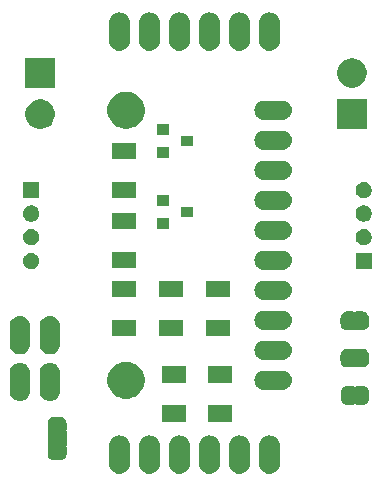
<source format=gbr>
G04 #@! TF.GenerationSoftware,KiCad,Pcbnew,(5.1.5-0-10_14)*
G04 #@! TF.CreationDate,2020-07-06T13:04:49+02:00*
G04 #@! TF.ProjectId,smartcitizen-adc-4-ch,736d6172-7463-4697-9469-7a656e2d6164,rev?*
G04 #@! TF.SameCoordinates,Original*
G04 #@! TF.FileFunction,Soldermask,Top*
G04 #@! TF.FilePolarity,Negative*
%FSLAX46Y46*%
G04 Gerber Fmt 4.6, Leading zero omitted, Abs format (unit mm)*
G04 Created by KiCad (PCBNEW (5.1.5-0-10_14)) date 2020-07-06 13:04:49*
%MOMM*%
%LPD*%
G04 APERTURE LIST*
%ADD10C,0.100000*%
G04 APERTURE END LIST*
D10*
G36*
X149826094Y-108724496D02*
G01*
X149946526Y-108761029D01*
X149988887Y-108773879D01*
X150138907Y-108854066D01*
X150138910Y-108854068D01*
X150138911Y-108854069D01*
X150270412Y-108961988D01*
X150378331Y-109093488D01*
X150378333Y-109093492D01*
X150378334Y-109093493D01*
X150458521Y-109243513D01*
X150458522Y-109243516D01*
X150507904Y-109406305D01*
X150520400Y-109533180D01*
X150520400Y-111142020D01*
X150507904Y-111268895D01*
X150458522Y-111431684D01*
X150458521Y-111431687D01*
X150378334Y-111581707D01*
X150378331Y-111581712D01*
X150270412Y-111713212D01*
X150138912Y-111821131D01*
X150138908Y-111821133D01*
X150138907Y-111821134D01*
X149988887Y-111901321D01*
X149988884Y-111901322D01*
X149826095Y-111950704D01*
X149656800Y-111967378D01*
X149487506Y-111950704D01*
X149324717Y-111901322D01*
X149324714Y-111901321D01*
X149174694Y-111821134D01*
X149174693Y-111821133D01*
X149174689Y-111821131D01*
X149043189Y-111713212D01*
X148935270Y-111581712D01*
X148935267Y-111581707D01*
X148855080Y-111431687D01*
X148855079Y-111431684D01*
X148805697Y-111268895D01*
X148793201Y-111142020D01*
X148793200Y-109533181D01*
X148805696Y-109406306D01*
X148855078Y-109243517D01*
X148855079Y-109243513D01*
X148935266Y-109093493D01*
X148935270Y-109093488D01*
X149043188Y-108961988D01*
X149174688Y-108854069D01*
X149174692Y-108854067D01*
X149174693Y-108854066D01*
X149324713Y-108773879D01*
X149324716Y-108773878D01*
X149487505Y-108724496D01*
X149656800Y-108707822D01*
X149826094Y-108724496D01*
G37*
G36*
X152366094Y-108724496D02*
G01*
X152486526Y-108761029D01*
X152528887Y-108773879D01*
X152678907Y-108854066D01*
X152678910Y-108854068D01*
X152678911Y-108854069D01*
X152810412Y-108961988D01*
X152918331Y-109093488D01*
X152918333Y-109093492D01*
X152918334Y-109093493D01*
X152998521Y-109243513D01*
X152998522Y-109243516D01*
X153047904Y-109406305D01*
X153060400Y-109533180D01*
X153060400Y-111142020D01*
X153047904Y-111268895D01*
X152998522Y-111431684D01*
X152998521Y-111431687D01*
X152918334Y-111581707D01*
X152918331Y-111581712D01*
X152810412Y-111713212D01*
X152678912Y-111821131D01*
X152678908Y-111821133D01*
X152678907Y-111821134D01*
X152528887Y-111901321D01*
X152528884Y-111901322D01*
X152366095Y-111950704D01*
X152196800Y-111967378D01*
X152027506Y-111950704D01*
X151864717Y-111901322D01*
X151864714Y-111901321D01*
X151714694Y-111821134D01*
X151714693Y-111821133D01*
X151714689Y-111821131D01*
X151583189Y-111713212D01*
X151475270Y-111581712D01*
X151475267Y-111581707D01*
X151395080Y-111431687D01*
X151395079Y-111431684D01*
X151345697Y-111268895D01*
X151333201Y-111142020D01*
X151333200Y-109533181D01*
X151345696Y-109406306D01*
X151395078Y-109243517D01*
X151395079Y-109243513D01*
X151475266Y-109093493D01*
X151475270Y-109093488D01*
X151583188Y-108961988D01*
X151714688Y-108854069D01*
X151714692Y-108854067D01*
X151714693Y-108854066D01*
X151864713Y-108773879D01*
X151864716Y-108773878D01*
X152027505Y-108724496D01*
X152196800Y-108707822D01*
X152366094Y-108724496D01*
G37*
G36*
X154906094Y-108724496D02*
G01*
X155026526Y-108761029D01*
X155068887Y-108773879D01*
X155218907Y-108854066D01*
X155218910Y-108854068D01*
X155218911Y-108854069D01*
X155350412Y-108961988D01*
X155458331Y-109093488D01*
X155458333Y-109093492D01*
X155458334Y-109093493D01*
X155538521Y-109243513D01*
X155538522Y-109243516D01*
X155587904Y-109406305D01*
X155600400Y-109533180D01*
X155600400Y-111142020D01*
X155587904Y-111268895D01*
X155538522Y-111431684D01*
X155538521Y-111431687D01*
X155458334Y-111581707D01*
X155458331Y-111581712D01*
X155350412Y-111713212D01*
X155218912Y-111821131D01*
X155218908Y-111821133D01*
X155218907Y-111821134D01*
X155068887Y-111901321D01*
X155068884Y-111901322D01*
X154906095Y-111950704D01*
X154736800Y-111967378D01*
X154567506Y-111950704D01*
X154404717Y-111901322D01*
X154404714Y-111901321D01*
X154254694Y-111821134D01*
X154254693Y-111821133D01*
X154254689Y-111821131D01*
X154123189Y-111713212D01*
X154015270Y-111581712D01*
X154015267Y-111581707D01*
X153935080Y-111431687D01*
X153935079Y-111431684D01*
X153885697Y-111268895D01*
X153873201Y-111142020D01*
X153873200Y-109533181D01*
X153885696Y-109406306D01*
X153935078Y-109243517D01*
X153935079Y-109243513D01*
X154015266Y-109093493D01*
X154015270Y-109093488D01*
X154123188Y-108961988D01*
X154254688Y-108854069D01*
X154254692Y-108854067D01*
X154254693Y-108854066D01*
X154404713Y-108773879D01*
X154404716Y-108773878D01*
X154567505Y-108724496D01*
X154736800Y-108707822D01*
X154906094Y-108724496D01*
G37*
G36*
X157446094Y-108724496D02*
G01*
X157566526Y-108761029D01*
X157608887Y-108773879D01*
X157758907Y-108854066D01*
X157758910Y-108854068D01*
X157758911Y-108854069D01*
X157890412Y-108961988D01*
X157998331Y-109093488D01*
X157998333Y-109093492D01*
X157998334Y-109093493D01*
X158078521Y-109243513D01*
X158078522Y-109243516D01*
X158127904Y-109406305D01*
X158140400Y-109533180D01*
X158140400Y-111142020D01*
X158127904Y-111268895D01*
X158078522Y-111431684D01*
X158078521Y-111431687D01*
X157998334Y-111581707D01*
X157998331Y-111581712D01*
X157890412Y-111713212D01*
X157758912Y-111821131D01*
X157758908Y-111821133D01*
X157758907Y-111821134D01*
X157608887Y-111901321D01*
X157608884Y-111901322D01*
X157446095Y-111950704D01*
X157276800Y-111967378D01*
X157107506Y-111950704D01*
X156944717Y-111901322D01*
X156944714Y-111901321D01*
X156794694Y-111821134D01*
X156794693Y-111821133D01*
X156794689Y-111821131D01*
X156663189Y-111713212D01*
X156555270Y-111581712D01*
X156555267Y-111581707D01*
X156475080Y-111431687D01*
X156475079Y-111431684D01*
X156425697Y-111268895D01*
X156413201Y-111142020D01*
X156413200Y-109533181D01*
X156425696Y-109406306D01*
X156475078Y-109243517D01*
X156475079Y-109243513D01*
X156555266Y-109093493D01*
X156555270Y-109093488D01*
X156663188Y-108961988D01*
X156794688Y-108854069D01*
X156794692Y-108854067D01*
X156794693Y-108854066D01*
X156944713Y-108773879D01*
X156944716Y-108773878D01*
X157107505Y-108724496D01*
X157276800Y-108707822D01*
X157446094Y-108724496D01*
G37*
G36*
X159986094Y-108724496D02*
G01*
X160106526Y-108761029D01*
X160148887Y-108773879D01*
X160298907Y-108854066D01*
X160298910Y-108854068D01*
X160298911Y-108854069D01*
X160430412Y-108961988D01*
X160538331Y-109093488D01*
X160538333Y-109093492D01*
X160538334Y-109093493D01*
X160618521Y-109243513D01*
X160618522Y-109243516D01*
X160667904Y-109406305D01*
X160680400Y-109533180D01*
X160680400Y-111142020D01*
X160667904Y-111268895D01*
X160618522Y-111431684D01*
X160618521Y-111431687D01*
X160538334Y-111581707D01*
X160538331Y-111581712D01*
X160430412Y-111713212D01*
X160298912Y-111821131D01*
X160298908Y-111821133D01*
X160298907Y-111821134D01*
X160148887Y-111901321D01*
X160148884Y-111901322D01*
X159986095Y-111950704D01*
X159816800Y-111967378D01*
X159647506Y-111950704D01*
X159484717Y-111901322D01*
X159484714Y-111901321D01*
X159334694Y-111821134D01*
X159334693Y-111821133D01*
X159334689Y-111821131D01*
X159203189Y-111713212D01*
X159095270Y-111581712D01*
X159095267Y-111581707D01*
X159015080Y-111431687D01*
X159015079Y-111431684D01*
X158965697Y-111268895D01*
X158953201Y-111142020D01*
X158953200Y-109533181D01*
X158965696Y-109406306D01*
X159015078Y-109243517D01*
X159015079Y-109243513D01*
X159095266Y-109093493D01*
X159095270Y-109093488D01*
X159203188Y-108961988D01*
X159334688Y-108854069D01*
X159334692Y-108854067D01*
X159334693Y-108854066D01*
X159484713Y-108773879D01*
X159484716Y-108773878D01*
X159647505Y-108724496D01*
X159816800Y-108707822D01*
X159986094Y-108724496D01*
G37*
G36*
X162526094Y-108724496D02*
G01*
X162646526Y-108761029D01*
X162688887Y-108773879D01*
X162838907Y-108854066D01*
X162838910Y-108854068D01*
X162838911Y-108854069D01*
X162970412Y-108961988D01*
X163078331Y-109093488D01*
X163078333Y-109093492D01*
X163078334Y-109093493D01*
X163158521Y-109243513D01*
X163158522Y-109243516D01*
X163207904Y-109406305D01*
X163220400Y-109533180D01*
X163220400Y-111142020D01*
X163207904Y-111268895D01*
X163158522Y-111431684D01*
X163158521Y-111431687D01*
X163078334Y-111581707D01*
X163078331Y-111581712D01*
X162970412Y-111713212D01*
X162838912Y-111821131D01*
X162838908Y-111821133D01*
X162838907Y-111821134D01*
X162688887Y-111901321D01*
X162688884Y-111901322D01*
X162526095Y-111950704D01*
X162356800Y-111967378D01*
X162187506Y-111950704D01*
X162024717Y-111901322D01*
X162024714Y-111901321D01*
X161874694Y-111821134D01*
X161874693Y-111821133D01*
X161874689Y-111821131D01*
X161743189Y-111713212D01*
X161635270Y-111581712D01*
X161635267Y-111581707D01*
X161555080Y-111431687D01*
X161555079Y-111431684D01*
X161505697Y-111268895D01*
X161493201Y-111142020D01*
X161493200Y-109533181D01*
X161505696Y-109406306D01*
X161555078Y-109243517D01*
X161555079Y-109243513D01*
X161635266Y-109093493D01*
X161635270Y-109093488D01*
X161743188Y-108961988D01*
X161874688Y-108854069D01*
X161874692Y-108854067D01*
X161874693Y-108854066D01*
X162024713Y-108773879D01*
X162024716Y-108773878D01*
X162187505Y-108724496D01*
X162356800Y-108707822D01*
X162526094Y-108724496D01*
G37*
G36*
X144635799Y-107115954D02*
G01*
X144648050Y-107116556D01*
X144666469Y-107116556D01*
X144688749Y-107118750D01*
X144772833Y-107135476D01*
X144794260Y-107141976D01*
X144873458Y-107174780D01*
X144878903Y-107177691D01*
X144878909Y-107177693D01*
X144887769Y-107182429D01*
X144887773Y-107182432D01*
X144893214Y-107185340D01*
X144964499Y-107232971D01*
X144981804Y-107247172D01*
X145042428Y-107307796D01*
X145056629Y-107325101D01*
X145104260Y-107396386D01*
X145107168Y-107401827D01*
X145107171Y-107401831D01*
X145111907Y-107410691D01*
X145111909Y-107410697D01*
X145114820Y-107416142D01*
X145147624Y-107495340D01*
X145154124Y-107516767D01*
X145170850Y-107600851D01*
X145173044Y-107623131D01*
X145173044Y-107641550D01*
X145173646Y-107653801D01*
X145175452Y-107672139D01*
X145175452Y-108209860D01*
X145173863Y-108225999D01*
X145169455Y-108240528D01*
X145163994Y-108253711D01*
X145159212Y-108277745D01*
X145159211Y-108302249D01*
X145163991Y-108326282D01*
X145173368Y-108348921D01*
X145174600Y-108350765D01*
X145174600Y-109582050D01*
X145168125Y-109594164D01*
X145161012Y-109617613D01*
X145158610Y-109641999D01*
X145161012Y-109666385D01*
X145168125Y-109689834D01*
X145170448Y-109694746D01*
X145173863Y-109706001D01*
X145175452Y-109722140D01*
X145175452Y-110259862D01*
X145173646Y-110278199D01*
X145173044Y-110290450D01*
X145173044Y-110308869D01*
X145170850Y-110331149D01*
X145154124Y-110415233D01*
X145147624Y-110436660D01*
X145114820Y-110515858D01*
X145111909Y-110521303D01*
X145111907Y-110521309D01*
X145107171Y-110530169D01*
X145107168Y-110530173D01*
X145104260Y-110535614D01*
X145056629Y-110606899D01*
X145042428Y-110624204D01*
X144981804Y-110684828D01*
X144964499Y-110699029D01*
X144893214Y-110746660D01*
X144887773Y-110749568D01*
X144887769Y-110749571D01*
X144878909Y-110754307D01*
X144878903Y-110754309D01*
X144873458Y-110757220D01*
X144794260Y-110790024D01*
X144772833Y-110796524D01*
X144688749Y-110813250D01*
X144666469Y-110815444D01*
X144648050Y-110815444D01*
X144635799Y-110816046D01*
X144617462Y-110817852D01*
X144129738Y-110817852D01*
X144111401Y-110816046D01*
X144099150Y-110815444D01*
X144080731Y-110815444D01*
X144058451Y-110813250D01*
X143974367Y-110796524D01*
X143952940Y-110790024D01*
X143873742Y-110757220D01*
X143868297Y-110754309D01*
X143868291Y-110754307D01*
X143859431Y-110749571D01*
X143859427Y-110749568D01*
X143853986Y-110746660D01*
X143782701Y-110699029D01*
X143765396Y-110684828D01*
X143704772Y-110624204D01*
X143690571Y-110606899D01*
X143642940Y-110535614D01*
X143640032Y-110530173D01*
X143640029Y-110530169D01*
X143635293Y-110521309D01*
X143635291Y-110521303D01*
X143632380Y-110515858D01*
X143599576Y-110436660D01*
X143593076Y-110415233D01*
X143576350Y-110331149D01*
X143574156Y-110308869D01*
X143574156Y-110290450D01*
X143573554Y-110278199D01*
X143571748Y-110259862D01*
X143571748Y-109722140D01*
X143573337Y-109706001D01*
X143577745Y-109691472D01*
X143583206Y-109678289D01*
X143587988Y-109654255D01*
X143587989Y-109629751D01*
X143583209Y-109605718D01*
X143573832Y-109583079D01*
X143572600Y-109581235D01*
X143572600Y-108349950D01*
X143579075Y-108337836D01*
X143586188Y-108314387D01*
X143588590Y-108290001D01*
X143586188Y-108265615D01*
X143579075Y-108242166D01*
X143576752Y-108237254D01*
X143573337Y-108225999D01*
X143571748Y-108209860D01*
X143571748Y-107672139D01*
X143573554Y-107653801D01*
X143574156Y-107641550D01*
X143574156Y-107623131D01*
X143576350Y-107600851D01*
X143593076Y-107516767D01*
X143599576Y-107495340D01*
X143632380Y-107416142D01*
X143635291Y-107410697D01*
X143635293Y-107410691D01*
X143640029Y-107401831D01*
X143640032Y-107401827D01*
X143642940Y-107396386D01*
X143690571Y-107325101D01*
X143704772Y-107307796D01*
X143765396Y-107247172D01*
X143782701Y-107232971D01*
X143853986Y-107185340D01*
X143859427Y-107182432D01*
X143859431Y-107182429D01*
X143868291Y-107177693D01*
X143868297Y-107177691D01*
X143873742Y-107174780D01*
X143952940Y-107141976D01*
X143974367Y-107135476D01*
X144058451Y-107118750D01*
X144080731Y-107116556D01*
X144099150Y-107116556D01*
X144111401Y-107115954D01*
X144129739Y-107114148D01*
X144617461Y-107114148D01*
X144635799Y-107115954D01*
G37*
G36*
X155283100Y-107543800D02*
G01*
X153276100Y-107543800D01*
X153276100Y-106171800D01*
X155283100Y-106171800D01*
X155283100Y-107543800D01*
G37*
G36*
X159143900Y-107543800D02*
G01*
X157136900Y-107543800D01*
X157136900Y-106171800D01*
X159143900Y-106171800D01*
X159143900Y-107543800D01*
G37*
G36*
X169455799Y-104520837D02*
G01*
X169465408Y-104523752D01*
X169474272Y-104528490D01*
X169482037Y-104534863D01*
X169492248Y-104547306D01*
X169499178Y-104557675D01*
X169516505Y-104575002D01*
X169536880Y-104588615D01*
X169559520Y-104597991D01*
X169583553Y-104602771D01*
X169608057Y-104602770D01*
X169632090Y-104597988D01*
X169654729Y-104588610D01*
X169675102Y-104574995D01*
X169692429Y-104557668D01*
X169699358Y-104547298D01*
X169709563Y-104534863D01*
X169717328Y-104528490D01*
X169726192Y-104523752D01*
X169735801Y-104520837D01*
X169751940Y-104519248D01*
X170239661Y-104519248D01*
X170257999Y-104521054D01*
X170270250Y-104521656D01*
X170288669Y-104521656D01*
X170310949Y-104523850D01*
X170395033Y-104540576D01*
X170416460Y-104547076D01*
X170495658Y-104579880D01*
X170501103Y-104582791D01*
X170501109Y-104582793D01*
X170509969Y-104587529D01*
X170509973Y-104587532D01*
X170515414Y-104590440D01*
X170586699Y-104638071D01*
X170604004Y-104652272D01*
X170664628Y-104712896D01*
X170678829Y-104730201D01*
X170726460Y-104801486D01*
X170729368Y-104806927D01*
X170729371Y-104806931D01*
X170734107Y-104815791D01*
X170734109Y-104815797D01*
X170737020Y-104821242D01*
X170769824Y-104900440D01*
X170776324Y-104921867D01*
X170793050Y-105005951D01*
X170795244Y-105028231D01*
X170795244Y-105046650D01*
X170795846Y-105058901D01*
X170797652Y-105077239D01*
X170797652Y-105564962D01*
X170795846Y-105583299D01*
X170795244Y-105595550D01*
X170795244Y-105613969D01*
X170793050Y-105636249D01*
X170776324Y-105720333D01*
X170769824Y-105741760D01*
X170737020Y-105820958D01*
X170734109Y-105826403D01*
X170734107Y-105826409D01*
X170729371Y-105835269D01*
X170729368Y-105835273D01*
X170726460Y-105840714D01*
X170678829Y-105911999D01*
X170664628Y-105929304D01*
X170604004Y-105989928D01*
X170586699Y-106004129D01*
X170515414Y-106051760D01*
X170509973Y-106054668D01*
X170509969Y-106054671D01*
X170501109Y-106059407D01*
X170501103Y-106059409D01*
X170495658Y-106062320D01*
X170416460Y-106095124D01*
X170395033Y-106101624D01*
X170310949Y-106118350D01*
X170288669Y-106120544D01*
X170270250Y-106120544D01*
X170257999Y-106121146D01*
X170239662Y-106122952D01*
X169751940Y-106122952D01*
X169735801Y-106121363D01*
X169726192Y-106118448D01*
X169717328Y-106113710D01*
X169709563Y-106107337D01*
X169699352Y-106094894D01*
X169692422Y-106084525D01*
X169675095Y-106067198D01*
X169654720Y-106053585D01*
X169632080Y-106044209D01*
X169608047Y-106039429D01*
X169583543Y-106039430D01*
X169559510Y-106044212D01*
X169536871Y-106053590D01*
X169516498Y-106067205D01*
X169499171Y-106084532D01*
X169492242Y-106094902D01*
X169482037Y-106107337D01*
X169474272Y-106113710D01*
X169465408Y-106118448D01*
X169455799Y-106121363D01*
X169439660Y-106122952D01*
X168951938Y-106122952D01*
X168933601Y-106121146D01*
X168921350Y-106120544D01*
X168902931Y-106120544D01*
X168880651Y-106118350D01*
X168796567Y-106101624D01*
X168775140Y-106095124D01*
X168695942Y-106062320D01*
X168690497Y-106059409D01*
X168690491Y-106059407D01*
X168681631Y-106054671D01*
X168681627Y-106054668D01*
X168676186Y-106051760D01*
X168604901Y-106004129D01*
X168587596Y-105989928D01*
X168526972Y-105929304D01*
X168512771Y-105911999D01*
X168465140Y-105840714D01*
X168462232Y-105835273D01*
X168462229Y-105835269D01*
X168457493Y-105826409D01*
X168457491Y-105826403D01*
X168454580Y-105820958D01*
X168421776Y-105741760D01*
X168415276Y-105720333D01*
X168398550Y-105636249D01*
X168396356Y-105613969D01*
X168396356Y-105595550D01*
X168395754Y-105583299D01*
X168393948Y-105564962D01*
X168393948Y-105077239D01*
X168395754Y-105058901D01*
X168396356Y-105046650D01*
X168396356Y-105028231D01*
X168398550Y-105005951D01*
X168415276Y-104921867D01*
X168421776Y-104900440D01*
X168454580Y-104821242D01*
X168457491Y-104815797D01*
X168457493Y-104815791D01*
X168462229Y-104806931D01*
X168462232Y-104806927D01*
X168465140Y-104801486D01*
X168512771Y-104730201D01*
X168526972Y-104712896D01*
X168587596Y-104652272D01*
X168604901Y-104638071D01*
X168676186Y-104590440D01*
X168681627Y-104587532D01*
X168681631Y-104587529D01*
X168690491Y-104582793D01*
X168690497Y-104582791D01*
X168695942Y-104579880D01*
X168775140Y-104547076D01*
X168796567Y-104540576D01*
X168880651Y-104523850D01*
X168902931Y-104521656D01*
X168921350Y-104521656D01*
X168933601Y-104521054D01*
X168951939Y-104519248D01*
X169439660Y-104519248D01*
X169455799Y-104520837D01*
G37*
G36*
X141393294Y-102577696D02*
G01*
X141513726Y-102614229D01*
X141556087Y-102627079D01*
X141706107Y-102707266D01*
X141706110Y-102707268D01*
X141706111Y-102707269D01*
X141837612Y-102815188D01*
X141945531Y-102946688D01*
X141945533Y-102946692D01*
X141945534Y-102946693D01*
X142025721Y-103096713D01*
X142025722Y-103096716D01*
X142075104Y-103259505D01*
X142087600Y-103386380D01*
X142087600Y-104995220D01*
X142075104Y-105122095D01*
X142032730Y-105261783D01*
X142025721Y-105284887D01*
X141945534Y-105434907D01*
X141945531Y-105434912D01*
X141837612Y-105566412D01*
X141706112Y-105674331D01*
X141706108Y-105674333D01*
X141706107Y-105674334D01*
X141556087Y-105754521D01*
X141556084Y-105754522D01*
X141393295Y-105803904D01*
X141224000Y-105820578D01*
X141054706Y-105803904D01*
X140891917Y-105754522D01*
X140891914Y-105754521D01*
X140741894Y-105674334D01*
X140741893Y-105674333D01*
X140741889Y-105674331D01*
X140610389Y-105566412D01*
X140502470Y-105434912D01*
X140502467Y-105434907D01*
X140422280Y-105284887D01*
X140415271Y-105261783D01*
X140372897Y-105122095D01*
X140360401Y-104995220D01*
X140360400Y-103386381D01*
X140372896Y-103259506D01*
X140422278Y-103096717D01*
X140422279Y-103096713D01*
X140502466Y-102946693D01*
X140503825Y-102945037D01*
X140610388Y-102815188D01*
X140741888Y-102707269D01*
X140741892Y-102707267D01*
X140741893Y-102707266D01*
X140891913Y-102627079D01*
X140891916Y-102627078D01*
X141054705Y-102577696D01*
X141224000Y-102561022D01*
X141393294Y-102577696D01*
G37*
G36*
X143933294Y-102577696D02*
G01*
X144053726Y-102614229D01*
X144096087Y-102627079D01*
X144246107Y-102707266D01*
X144246110Y-102707268D01*
X144246111Y-102707269D01*
X144377612Y-102815188D01*
X144485531Y-102946688D01*
X144485533Y-102946692D01*
X144485534Y-102946693D01*
X144565721Y-103096713D01*
X144565722Y-103096716D01*
X144615104Y-103259505D01*
X144627600Y-103386380D01*
X144627600Y-104995220D01*
X144615104Y-105122095D01*
X144572730Y-105261783D01*
X144565721Y-105284887D01*
X144485534Y-105434907D01*
X144485531Y-105434912D01*
X144377612Y-105566412D01*
X144246112Y-105674331D01*
X144246108Y-105674333D01*
X144246107Y-105674334D01*
X144096087Y-105754521D01*
X144096084Y-105754522D01*
X143933295Y-105803904D01*
X143764000Y-105820578D01*
X143594706Y-105803904D01*
X143431917Y-105754522D01*
X143431914Y-105754521D01*
X143281894Y-105674334D01*
X143281893Y-105674333D01*
X143281889Y-105674331D01*
X143150389Y-105566412D01*
X143042470Y-105434912D01*
X143042467Y-105434907D01*
X142962280Y-105284887D01*
X142955271Y-105261783D01*
X142912897Y-105122095D01*
X142900401Y-104995220D01*
X142900400Y-103386381D01*
X142912896Y-103259506D01*
X142962278Y-103096717D01*
X142962279Y-103096713D01*
X143042466Y-102946693D01*
X143043825Y-102945037D01*
X143150388Y-102815188D01*
X143281888Y-102707269D01*
X143281892Y-102707267D01*
X143281893Y-102707266D01*
X143431913Y-102627079D01*
X143431916Y-102627078D01*
X143594705Y-102577696D01*
X143764000Y-102561022D01*
X143933294Y-102577696D01*
G37*
G36*
X150419758Y-102473949D02*
G01*
X150671011Y-102523926D01*
X150753352Y-102558033D01*
X150957641Y-102642652D01*
X151043239Y-102699847D01*
X151215604Y-102815017D01*
X151434983Y-103034396D01*
X151476624Y-103096717D01*
X151607348Y-103292359D01*
X151646293Y-103386381D01*
X151726074Y-103578989D01*
X151755270Y-103725770D01*
X151786600Y-103883275D01*
X151786600Y-104193525D01*
X151756337Y-104345667D01*
X151726074Y-104497811D01*
X151687706Y-104590440D01*
X151607348Y-104784441D01*
X151582758Y-104821242D01*
X151434983Y-105042404D01*
X151215604Y-105261783D01*
X151043239Y-105376953D01*
X150957641Y-105434148D01*
X150789737Y-105503696D01*
X150671011Y-105552874D01*
X150602955Y-105566411D01*
X150366725Y-105613400D01*
X150056475Y-105613400D01*
X149820245Y-105566411D01*
X149752189Y-105552874D01*
X149633463Y-105503696D01*
X149465559Y-105434148D01*
X149379961Y-105376953D01*
X149207596Y-105261783D01*
X148988217Y-105042404D01*
X148840442Y-104821242D01*
X148815852Y-104784441D01*
X148735494Y-104590440D01*
X148697126Y-104497811D01*
X148636600Y-104193525D01*
X148636600Y-103883275D01*
X148667930Y-103725770D01*
X148697126Y-103578989D01*
X148776907Y-103386381D01*
X148815852Y-103292359D01*
X148946576Y-103096717D01*
X148988217Y-103034396D01*
X149207596Y-102815017D01*
X149379961Y-102699847D01*
X149465559Y-102642652D01*
X149669848Y-102558033D01*
X149752189Y-102523926D01*
X150003442Y-102473949D01*
X150056475Y-102463400D01*
X150366725Y-102463400D01*
X150419758Y-102473949D01*
G37*
G36*
X163503347Y-103229321D02*
G01*
X163582976Y-103237164D01*
X163736227Y-103283652D01*
X163736230Y-103283653D01*
X163877463Y-103359144D01*
X164001259Y-103460741D01*
X164102856Y-103584537D01*
X164178347Y-103725770D01*
X164178348Y-103725773D01*
X164224836Y-103879024D01*
X164240533Y-104038400D01*
X164224836Y-104197776D01*
X164178348Y-104351027D01*
X164178347Y-104351030D01*
X164102856Y-104492263D01*
X164001259Y-104616059D01*
X163877463Y-104717656D01*
X163736230Y-104793147D01*
X163736227Y-104793148D01*
X163582976Y-104839636D01*
X163503347Y-104847479D01*
X163463534Y-104851400D01*
X161859666Y-104851400D01*
X161819853Y-104847479D01*
X161740224Y-104839636D01*
X161586973Y-104793148D01*
X161586970Y-104793147D01*
X161445737Y-104717656D01*
X161321941Y-104616059D01*
X161220344Y-104492263D01*
X161144853Y-104351030D01*
X161144852Y-104351027D01*
X161098364Y-104197776D01*
X161082667Y-104038400D01*
X161098364Y-103879024D01*
X161144852Y-103725773D01*
X161144853Y-103725770D01*
X161220344Y-103584537D01*
X161321941Y-103460741D01*
X161445737Y-103359144D01*
X161586970Y-103283653D01*
X161586973Y-103283652D01*
X161740224Y-103237164D01*
X161819853Y-103229321D01*
X161859666Y-103225400D01*
X163463534Y-103225400D01*
X163503347Y-103229321D01*
G37*
G36*
X155283100Y-104241800D02*
G01*
X153276100Y-104241800D01*
X153276100Y-102869800D01*
X155283100Y-102869800D01*
X155283100Y-104241800D01*
G37*
G36*
X159143900Y-104241800D02*
G01*
X157136900Y-104241800D01*
X157136900Y-102869800D01*
X159143900Y-102869800D01*
X159143900Y-104241800D01*
G37*
G36*
X169430399Y-101358537D02*
G01*
X169440008Y-101361452D01*
X169448872Y-101366190D01*
X169456637Y-101372563D01*
X169466848Y-101385006D01*
X169473778Y-101395375D01*
X169491105Y-101412702D01*
X169511480Y-101426315D01*
X169534120Y-101435691D01*
X169558153Y-101440471D01*
X169582657Y-101440470D01*
X169606690Y-101435688D01*
X169629329Y-101426310D01*
X169649702Y-101412695D01*
X169667029Y-101395368D01*
X169673958Y-101384998D01*
X169684163Y-101372563D01*
X169691928Y-101366190D01*
X169700792Y-101361452D01*
X169710401Y-101358537D01*
X169726540Y-101356948D01*
X170214261Y-101356948D01*
X170232599Y-101358754D01*
X170244850Y-101359356D01*
X170263269Y-101359356D01*
X170285549Y-101361550D01*
X170369633Y-101378276D01*
X170391060Y-101384776D01*
X170470258Y-101417580D01*
X170475703Y-101420491D01*
X170475709Y-101420493D01*
X170484569Y-101425229D01*
X170484573Y-101425232D01*
X170490014Y-101428140D01*
X170561299Y-101475771D01*
X170578604Y-101489972D01*
X170639228Y-101550596D01*
X170653429Y-101567901D01*
X170701060Y-101639186D01*
X170703968Y-101644627D01*
X170703971Y-101644631D01*
X170708707Y-101653491D01*
X170708709Y-101653497D01*
X170711620Y-101658942D01*
X170744424Y-101738140D01*
X170750924Y-101759567D01*
X170767650Y-101843651D01*
X170769844Y-101865931D01*
X170769844Y-101884350D01*
X170770446Y-101896601D01*
X170772252Y-101914939D01*
X170772252Y-102402662D01*
X170770446Y-102420999D01*
X170769844Y-102433250D01*
X170769844Y-102451669D01*
X170767650Y-102473949D01*
X170750924Y-102558033D01*
X170744424Y-102579460D01*
X170711620Y-102658658D01*
X170708709Y-102664103D01*
X170708707Y-102664109D01*
X170703971Y-102672969D01*
X170703968Y-102672973D01*
X170701060Y-102678414D01*
X170653429Y-102749699D01*
X170639228Y-102767004D01*
X170578604Y-102827628D01*
X170561299Y-102841829D01*
X170490014Y-102889460D01*
X170484573Y-102892368D01*
X170484569Y-102892371D01*
X170475709Y-102897107D01*
X170475703Y-102897109D01*
X170470258Y-102900020D01*
X170391060Y-102932824D01*
X170369633Y-102939324D01*
X170285549Y-102956050D01*
X170263269Y-102958244D01*
X170244850Y-102958244D01*
X170232599Y-102958846D01*
X170214262Y-102960652D01*
X169726540Y-102960652D01*
X169710401Y-102959063D01*
X169700792Y-102956148D01*
X169691928Y-102951410D01*
X169684163Y-102945037D01*
X169673952Y-102932594D01*
X169667022Y-102922225D01*
X169649695Y-102904898D01*
X169629320Y-102891285D01*
X169606680Y-102881909D01*
X169582647Y-102877129D01*
X169558143Y-102877130D01*
X169534110Y-102881912D01*
X169511471Y-102891290D01*
X169491098Y-102904905D01*
X169473771Y-102922232D01*
X169466842Y-102932602D01*
X169456637Y-102945037D01*
X169448872Y-102951410D01*
X169440008Y-102956148D01*
X169430399Y-102959063D01*
X169414260Y-102960652D01*
X168926538Y-102960652D01*
X168908201Y-102958846D01*
X168895950Y-102958244D01*
X168877531Y-102958244D01*
X168855251Y-102956050D01*
X168771167Y-102939324D01*
X168749740Y-102932824D01*
X168670542Y-102900020D01*
X168665097Y-102897109D01*
X168665091Y-102897107D01*
X168656231Y-102892371D01*
X168656227Y-102892368D01*
X168650786Y-102889460D01*
X168579501Y-102841829D01*
X168562196Y-102827628D01*
X168501572Y-102767004D01*
X168487371Y-102749699D01*
X168439740Y-102678414D01*
X168436832Y-102672973D01*
X168436829Y-102672969D01*
X168432093Y-102664109D01*
X168432091Y-102664103D01*
X168429180Y-102658658D01*
X168396376Y-102579460D01*
X168389876Y-102558033D01*
X168373150Y-102473949D01*
X168370956Y-102451669D01*
X168370956Y-102433250D01*
X168370354Y-102420999D01*
X168368548Y-102402662D01*
X168368548Y-101914939D01*
X168370354Y-101896601D01*
X168370956Y-101884350D01*
X168370956Y-101865931D01*
X168373150Y-101843651D01*
X168389876Y-101759567D01*
X168396376Y-101738140D01*
X168429180Y-101658942D01*
X168432091Y-101653497D01*
X168432093Y-101653491D01*
X168436829Y-101644631D01*
X168436832Y-101644627D01*
X168439740Y-101639186D01*
X168487371Y-101567901D01*
X168501572Y-101550596D01*
X168562196Y-101489972D01*
X168579501Y-101475771D01*
X168650786Y-101428140D01*
X168656227Y-101425232D01*
X168656231Y-101425229D01*
X168665091Y-101420493D01*
X168665097Y-101420491D01*
X168670542Y-101417580D01*
X168749740Y-101384776D01*
X168771167Y-101378276D01*
X168855251Y-101361550D01*
X168877531Y-101359356D01*
X168895950Y-101359356D01*
X168908201Y-101358754D01*
X168926539Y-101356948D01*
X169414260Y-101356948D01*
X169430399Y-101358537D01*
G37*
G36*
X163503347Y-100689321D02*
G01*
X163582976Y-100697164D01*
X163736227Y-100743652D01*
X163736230Y-100743653D01*
X163877463Y-100819144D01*
X164001259Y-100920741D01*
X164102856Y-101044537D01*
X164178347Y-101185770D01*
X164178348Y-101185773D01*
X164224836Y-101339024D01*
X164240533Y-101498400D01*
X164224836Y-101657776D01*
X164224482Y-101658942D01*
X164178347Y-101811030D01*
X164102856Y-101952263D01*
X164001259Y-102076059D01*
X163877463Y-102177656D01*
X163736230Y-102253147D01*
X163736227Y-102253148D01*
X163582976Y-102299636D01*
X163503347Y-102307479D01*
X163463534Y-102311400D01*
X161859666Y-102311400D01*
X161819853Y-102307479D01*
X161740224Y-102299636D01*
X161586973Y-102253148D01*
X161586970Y-102253147D01*
X161445737Y-102177656D01*
X161321941Y-102076059D01*
X161220344Y-101952263D01*
X161144853Y-101811030D01*
X161098718Y-101658942D01*
X161098364Y-101657776D01*
X161082667Y-101498400D01*
X161098364Y-101339024D01*
X161144852Y-101185773D01*
X161144853Y-101185770D01*
X161220344Y-101044537D01*
X161321941Y-100920741D01*
X161445737Y-100819144D01*
X161586970Y-100743653D01*
X161586973Y-100743652D01*
X161740224Y-100697164D01*
X161819853Y-100689321D01*
X161859666Y-100685400D01*
X163463534Y-100685400D01*
X163503347Y-100689321D01*
G37*
G36*
X141393294Y-98615296D02*
G01*
X141493752Y-98645770D01*
X141556087Y-98664679D01*
X141706107Y-98744866D01*
X141706110Y-98744868D01*
X141706111Y-98744869D01*
X141837612Y-98852788D01*
X141945531Y-98984288D01*
X141945533Y-98984292D01*
X141945534Y-98984293D01*
X142025721Y-99134313D01*
X142025722Y-99134316D01*
X142075104Y-99297105D01*
X142087600Y-99423980D01*
X142087600Y-101032820D01*
X142075104Y-101159695D01*
X142067194Y-101185770D01*
X142025721Y-101322487D01*
X141945534Y-101472507D01*
X141945531Y-101472512D01*
X141837612Y-101604012D01*
X141706112Y-101711931D01*
X141706108Y-101711933D01*
X141706107Y-101711934D01*
X141556087Y-101792121D01*
X141556084Y-101792122D01*
X141393295Y-101841504D01*
X141224000Y-101858178D01*
X141054706Y-101841504D01*
X140891917Y-101792122D01*
X140891914Y-101792121D01*
X140741894Y-101711934D01*
X140741893Y-101711933D01*
X140741889Y-101711931D01*
X140610389Y-101604012D01*
X140502470Y-101472512D01*
X140502467Y-101472507D01*
X140422280Y-101322487D01*
X140380807Y-101185770D01*
X140372897Y-101159695D01*
X140360401Y-101032820D01*
X140360400Y-99423981D01*
X140361350Y-99414340D01*
X140370818Y-99318207D01*
X140372896Y-99297106D01*
X140422278Y-99134317D01*
X140422279Y-99134313D01*
X140502466Y-98984293D01*
X140502470Y-98984288D01*
X140610388Y-98852788D01*
X140741888Y-98744869D01*
X140741892Y-98744867D01*
X140741893Y-98744866D01*
X140891913Y-98664679D01*
X140891916Y-98664678D01*
X141054705Y-98615296D01*
X141224000Y-98598622D01*
X141393294Y-98615296D01*
G37*
G36*
X143933294Y-98615296D02*
G01*
X144033752Y-98645770D01*
X144096087Y-98664679D01*
X144246107Y-98744866D01*
X144246110Y-98744868D01*
X144246111Y-98744869D01*
X144377612Y-98852788D01*
X144485531Y-98984288D01*
X144485533Y-98984292D01*
X144485534Y-98984293D01*
X144565721Y-99134313D01*
X144565722Y-99134316D01*
X144615104Y-99297105D01*
X144627600Y-99423980D01*
X144627600Y-101032820D01*
X144615104Y-101159695D01*
X144607194Y-101185770D01*
X144565721Y-101322487D01*
X144485534Y-101472507D01*
X144485531Y-101472512D01*
X144377612Y-101604012D01*
X144246112Y-101711931D01*
X144246108Y-101711933D01*
X144246107Y-101711934D01*
X144096087Y-101792121D01*
X144096084Y-101792122D01*
X143933295Y-101841504D01*
X143764000Y-101858178D01*
X143594706Y-101841504D01*
X143431917Y-101792122D01*
X143431914Y-101792121D01*
X143281894Y-101711934D01*
X143281893Y-101711933D01*
X143281889Y-101711931D01*
X143150389Y-101604012D01*
X143042470Y-101472512D01*
X143042467Y-101472507D01*
X142962280Y-101322487D01*
X142920807Y-101185770D01*
X142912897Y-101159695D01*
X142900401Y-101032820D01*
X142900400Y-99423981D01*
X142901350Y-99414340D01*
X142910818Y-99318207D01*
X142912896Y-99297106D01*
X142962278Y-99134317D01*
X142962279Y-99134313D01*
X143042466Y-98984293D01*
X143042470Y-98984288D01*
X143150388Y-98852788D01*
X143281888Y-98744869D01*
X143281892Y-98744867D01*
X143281893Y-98744866D01*
X143431913Y-98664679D01*
X143431916Y-98664678D01*
X143594705Y-98615296D01*
X143764000Y-98598622D01*
X143933294Y-98615296D01*
G37*
G36*
X158991500Y-100279400D02*
G01*
X156984500Y-100279400D01*
X156984500Y-98907400D01*
X158991500Y-98907400D01*
X158991500Y-100279400D01*
G37*
G36*
X155029100Y-100279400D02*
G01*
X153022100Y-100279400D01*
X153022100Y-98907400D01*
X155029100Y-98907400D01*
X155029100Y-100279400D01*
G37*
G36*
X151015900Y-100279400D02*
G01*
X149008900Y-100279400D01*
X149008900Y-98907400D01*
X151015900Y-98907400D01*
X151015900Y-100279400D01*
G37*
G36*
X169430399Y-98208937D02*
G01*
X169440008Y-98211852D01*
X169448872Y-98216590D01*
X169456637Y-98222963D01*
X169466848Y-98235406D01*
X169473778Y-98245775D01*
X169491105Y-98263102D01*
X169511480Y-98276715D01*
X169534120Y-98286091D01*
X169558153Y-98290871D01*
X169582657Y-98290870D01*
X169606690Y-98286088D01*
X169629329Y-98276710D01*
X169649702Y-98263095D01*
X169667029Y-98245768D01*
X169673958Y-98235398D01*
X169684163Y-98222963D01*
X169691928Y-98216590D01*
X169700792Y-98211852D01*
X169710401Y-98208937D01*
X169726540Y-98207348D01*
X170214261Y-98207348D01*
X170232599Y-98209154D01*
X170244850Y-98209756D01*
X170263269Y-98209756D01*
X170285549Y-98211950D01*
X170369633Y-98228676D01*
X170391060Y-98235176D01*
X170470258Y-98267980D01*
X170475703Y-98270891D01*
X170475709Y-98270893D01*
X170484569Y-98275629D01*
X170484573Y-98275632D01*
X170490014Y-98278540D01*
X170561299Y-98326171D01*
X170578604Y-98340372D01*
X170639228Y-98400996D01*
X170653429Y-98418301D01*
X170701060Y-98489586D01*
X170703968Y-98495027D01*
X170703971Y-98495031D01*
X170708707Y-98503891D01*
X170708709Y-98503897D01*
X170711620Y-98509342D01*
X170744424Y-98588540D01*
X170750924Y-98609967D01*
X170767650Y-98694051D01*
X170769844Y-98716331D01*
X170769844Y-98734750D01*
X170770446Y-98747001D01*
X170772252Y-98765339D01*
X170772252Y-99253062D01*
X170770446Y-99271399D01*
X170769844Y-99283650D01*
X170769844Y-99302069D01*
X170767650Y-99324349D01*
X170750924Y-99408433D01*
X170744424Y-99429860D01*
X170711620Y-99509058D01*
X170708709Y-99514503D01*
X170708707Y-99514509D01*
X170703971Y-99523369D01*
X170703968Y-99523373D01*
X170701060Y-99528814D01*
X170653429Y-99600099D01*
X170639228Y-99617404D01*
X170578604Y-99678028D01*
X170561299Y-99692229D01*
X170490014Y-99739860D01*
X170484573Y-99742768D01*
X170484569Y-99742771D01*
X170475709Y-99747507D01*
X170475703Y-99747509D01*
X170470258Y-99750420D01*
X170391060Y-99783224D01*
X170369633Y-99789724D01*
X170285549Y-99806450D01*
X170263269Y-99808644D01*
X170244850Y-99808644D01*
X170232599Y-99809246D01*
X170214262Y-99811052D01*
X169726540Y-99811052D01*
X169710401Y-99809463D01*
X169700792Y-99806548D01*
X169691928Y-99801810D01*
X169684163Y-99795437D01*
X169673952Y-99782994D01*
X169667022Y-99772625D01*
X169649695Y-99755298D01*
X169629320Y-99741685D01*
X169606680Y-99732309D01*
X169582647Y-99727529D01*
X169558143Y-99727530D01*
X169534110Y-99732312D01*
X169511471Y-99741690D01*
X169491098Y-99755305D01*
X169473771Y-99772632D01*
X169466842Y-99783002D01*
X169456637Y-99795437D01*
X169448872Y-99801810D01*
X169440008Y-99806548D01*
X169430399Y-99809463D01*
X169414260Y-99811052D01*
X168926538Y-99811052D01*
X168908201Y-99809246D01*
X168895950Y-99808644D01*
X168877531Y-99808644D01*
X168855251Y-99806450D01*
X168771167Y-99789724D01*
X168749740Y-99783224D01*
X168670542Y-99750420D01*
X168665097Y-99747509D01*
X168665091Y-99747507D01*
X168656231Y-99742771D01*
X168656227Y-99742768D01*
X168650786Y-99739860D01*
X168579501Y-99692229D01*
X168562196Y-99678028D01*
X168501572Y-99617404D01*
X168487371Y-99600099D01*
X168439740Y-99528814D01*
X168436832Y-99523373D01*
X168436829Y-99523369D01*
X168432093Y-99514509D01*
X168432091Y-99514503D01*
X168429180Y-99509058D01*
X168396376Y-99429860D01*
X168389876Y-99408433D01*
X168373150Y-99324349D01*
X168370956Y-99302069D01*
X168370956Y-99283650D01*
X168370354Y-99271399D01*
X168368548Y-99253062D01*
X168368548Y-98765339D01*
X168370354Y-98747001D01*
X168370956Y-98734750D01*
X168370956Y-98716331D01*
X168373150Y-98694051D01*
X168389876Y-98609967D01*
X168396376Y-98588540D01*
X168429180Y-98509342D01*
X168432091Y-98503897D01*
X168432093Y-98503891D01*
X168436829Y-98495031D01*
X168436832Y-98495027D01*
X168439740Y-98489586D01*
X168487371Y-98418301D01*
X168501572Y-98400996D01*
X168562196Y-98340372D01*
X168579501Y-98326171D01*
X168650786Y-98278540D01*
X168656227Y-98275632D01*
X168656231Y-98275629D01*
X168665091Y-98270893D01*
X168665097Y-98270891D01*
X168670542Y-98267980D01*
X168749740Y-98235176D01*
X168771167Y-98228676D01*
X168855251Y-98211950D01*
X168877531Y-98209756D01*
X168895950Y-98209756D01*
X168908201Y-98209154D01*
X168926539Y-98207348D01*
X169414260Y-98207348D01*
X169430399Y-98208937D01*
G37*
G36*
X163503347Y-98149321D02*
G01*
X163582976Y-98157164D01*
X163736227Y-98203652D01*
X163736230Y-98203653D01*
X163877463Y-98279144D01*
X164001259Y-98380741D01*
X164102856Y-98504537D01*
X164178347Y-98645770D01*
X164178348Y-98645773D01*
X164224836Y-98799024D01*
X164240533Y-98958400D01*
X164224836Y-99117776D01*
X164181936Y-99259200D01*
X164178347Y-99271030D01*
X164102856Y-99412263D01*
X164001259Y-99536059D01*
X163877463Y-99637656D01*
X163736230Y-99713147D01*
X163736227Y-99713148D01*
X163582976Y-99759636D01*
X163503347Y-99767479D01*
X163463534Y-99771400D01*
X161859666Y-99771400D01*
X161819853Y-99767479D01*
X161740224Y-99759636D01*
X161586973Y-99713148D01*
X161586970Y-99713147D01*
X161445737Y-99637656D01*
X161321941Y-99536059D01*
X161220344Y-99412263D01*
X161144853Y-99271030D01*
X161141264Y-99259200D01*
X161098364Y-99117776D01*
X161082667Y-98958400D01*
X161098364Y-98799024D01*
X161144852Y-98645773D01*
X161144853Y-98645770D01*
X161220344Y-98504537D01*
X161321941Y-98380741D01*
X161445737Y-98279144D01*
X161586970Y-98203653D01*
X161586973Y-98203652D01*
X161740224Y-98157164D01*
X161819853Y-98149321D01*
X161859666Y-98145400D01*
X163463534Y-98145400D01*
X163503347Y-98149321D01*
G37*
G36*
X163503347Y-95609321D02*
G01*
X163582976Y-95617164D01*
X163736227Y-95663652D01*
X163736230Y-95663653D01*
X163877463Y-95739144D01*
X164001259Y-95840741D01*
X164102856Y-95964537D01*
X164178347Y-96105770D01*
X164178348Y-96105773D01*
X164224836Y-96259024D01*
X164240533Y-96418400D01*
X164224836Y-96577776D01*
X164178348Y-96731027D01*
X164178347Y-96731030D01*
X164102856Y-96872263D01*
X164001259Y-96996059D01*
X163877463Y-97097656D01*
X163736230Y-97173147D01*
X163736227Y-97173148D01*
X163582976Y-97219636D01*
X163503347Y-97227479D01*
X163463534Y-97231400D01*
X161859666Y-97231400D01*
X161819853Y-97227479D01*
X161740224Y-97219636D01*
X161586973Y-97173148D01*
X161586970Y-97173147D01*
X161445737Y-97097656D01*
X161321941Y-96996059D01*
X161220344Y-96872263D01*
X161144853Y-96731030D01*
X161144852Y-96731027D01*
X161098364Y-96577776D01*
X161082667Y-96418400D01*
X161098364Y-96259024D01*
X161144852Y-96105773D01*
X161144853Y-96105770D01*
X161220344Y-95964537D01*
X161321941Y-95840741D01*
X161445737Y-95739144D01*
X161586970Y-95663653D01*
X161586973Y-95663652D01*
X161740224Y-95617164D01*
X161819853Y-95609321D01*
X161859666Y-95605400D01*
X163463534Y-95605400D01*
X163503347Y-95609321D01*
G37*
G36*
X158991500Y-96977400D02*
G01*
X156984500Y-96977400D01*
X156984500Y-95605400D01*
X158991500Y-95605400D01*
X158991500Y-96977400D01*
G37*
G36*
X155029100Y-96977400D02*
G01*
X153022100Y-96977400D01*
X153022100Y-95605400D01*
X155029100Y-95605400D01*
X155029100Y-96977400D01*
G37*
G36*
X151015900Y-96977400D02*
G01*
X149008900Y-96977400D01*
X149008900Y-95605400D01*
X151015900Y-95605400D01*
X151015900Y-96977400D01*
G37*
G36*
X163503347Y-93069321D02*
G01*
X163582976Y-93077164D01*
X163736227Y-93123652D01*
X163736230Y-93123653D01*
X163877463Y-93199144D01*
X164001259Y-93300741D01*
X164102856Y-93424537D01*
X164178347Y-93565770D01*
X164178348Y-93565773D01*
X164224836Y-93719024D01*
X164240533Y-93878400D01*
X164224836Y-94037776D01*
X164196302Y-94131839D01*
X164178347Y-94191030D01*
X164102856Y-94332263D01*
X164001259Y-94456059D01*
X163877463Y-94557656D01*
X163736230Y-94633147D01*
X163736227Y-94633148D01*
X163582976Y-94679636D01*
X163503347Y-94687479D01*
X163463534Y-94691400D01*
X161859666Y-94691400D01*
X161819853Y-94687479D01*
X161740224Y-94679636D01*
X161586973Y-94633148D01*
X161586970Y-94633147D01*
X161445737Y-94557656D01*
X161321941Y-94456059D01*
X161220344Y-94332263D01*
X161144853Y-94191030D01*
X161126898Y-94131839D01*
X161098364Y-94037776D01*
X161082667Y-93878400D01*
X161098364Y-93719024D01*
X161144852Y-93565773D01*
X161144853Y-93565770D01*
X161220344Y-93424537D01*
X161321941Y-93300741D01*
X161445737Y-93199144D01*
X161586970Y-93123653D01*
X161586973Y-93123652D01*
X161740224Y-93077164D01*
X161819853Y-93069321D01*
X161859666Y-93065400D01*
X163463534Y-93065400D01*
X163503347Y-93069321D01*
G37*
G36*
X171018400Y-94617740D02*
G01*
X169646400Y-94617740D01*
X169646400Y-93245740D01*
X171018400Y-93245740D01*
X171018400Y-94617740D01*
G37*
G36*
X142389298Y-93272102D02*
G01*
X142514141Y-93323814D01*
X142514143Y-93323815D01*
X142626499Y-93398889D01*
X142722051Y-93494441D01*
X142769714Y-93565773D01*
X142797126Y-93606799D01*
X142848838Y-93731642D01*
X142875200Y-93864174D01*
X142875200Y-93999306D01*
X142848838Y-94131838D01*
X142797126Y-94256681D01*
X142797125Y-94256683D01*
X142722051Y-94369039D01*
X142626499Y-94464591D01*
X142514143Y-94539665D01*
X142514142Y-94539666D01*
X142514141Y-94539666D01*
X142389298Y-94591378D01*
X142256766Y-94617740D01*
X142121634Y-94617740D01*
X141989102Y-94591378D01*
X141864259Y-94539666D01*
X141864258Y-94539666D01*
X141864257Y-94539665D01*
X141751901Y-94464591D01*
X141656349Y-94369039D01*
X141581275Y-94256683D01*
X141581274Y-94256681D01*
X141529562Y-94131838D01*
X141503200Y-93999306D01*
X141503200Y-93864174D01*
X141529562Y-93731642D01*
X141581274Y-93606799D01*
X141608687Y-93565773D01*
X141656349Y-93494441D01*
X141751901Y-93398889D01*
X141864257Y-93323815D01*
X141864259Y-93323814D01*
X141989102Y-93272102D01*
X142121634Y-93245740D01*
X142256766Y-93245740D01*
X142389298Y-93272102D01*
G37*
G36*
X151015900Y-94539000D02*
G01*
X149008900Y-94539000D01*
X149008900Y-93167000D01*
X151015900Y-93167000D01*
X151015900Y-94539000D01*
G37*
G36*
X170532498Y-91270582D02*
G01*
X170657341Y-91322294D01*
X170657343Y-91322295D01*
X170769699Y-91397369D01*
X170865251Y-91492921D01*
X170940326Y-91605279D01*
X170992038Y-91730122D01*
X171018400Y-91862654D01*
X171018400Y-91997786D01*
X170992038Y-92130318D01*
X170988178Y-92139636D01*
X170940325Y-92255163D01*
X170865251Y-92367519D01*
X170769699Y-92463071D01*
X170657343Y-92538145D01*
X170657342Y-92538146D01*
X170657341Y-92538146D01*
X170532498Y-92589858D01*
X170399966Y-92616220D01*
X170264834Y-92616220D01*
X170132302Y-92589858D01*
X170007459Y-92538146D01*
X170007458Y-92538146D01*
X170007457Y-92538145D01*
X169895101Y-92463071D01*
X169799549Y-92367519D01*
X169724475Y-92255163D01*
X169676622Y-92139636D01*
X169672762Y-92130318D01*
X169646400Y-91997786D01*
X169646400Y-91862654D01*
X169672762Y-91730122D01*
X169724474Y-91605279D01*
X169799549Y-91492921D01*
X169895101Y-91397369D01*
X170007457Y-91322295D01*
X170007459Y-91322294D01*
X170132302Y-91270582D01*
X170264834Y-91244220D01*
X170399966Y-91244220D01*
X170532498Y-91270582D01*
G37*
G36*
X142389298Y-91270582D02*
G01*
X142514141Y-91322294D01*
X142514143Y-91322295D01*
X142626499Y-91397369D01*
X142722051Y-91492921D01*
X142797126Y-91605279D01*
X142848838Y-91730122D01*
X142875200Y-91862654D01*
X142875200Y-91997786D01*
X142848838Y-92130318D01*
X142844978Y-92139636D01*
X142797125Y-92255163D01*
X142722051Y-92367519D01*
X142626499Y-92463071D01*
X142514143Y-92538145D01*
X142514142Y-92538146D01*
X142514141Y-92538146D01*
X142389298Y-92589858D01*
X142256766Y-92616220D01*
X142121634Y-92616220D01*
X141989102Y-92589858D01*
X141864259Y-92538146D01*
X141864258Y-92538146D01*
X141864257Y-92538145D01*
X141751901Y-92463071D01*
X141656349Y-92367519D01*
X141581275Y-92255163D01*
X141533422Y-92139636D01*
X141529562Y-92130318D01*
X141503200Y-91997786D01*
X141503200Y-91862654D01*
X141529562Y-91730122D01*
X141581274Y-91605279D01*
X141656349Y-91492921D01*
X141751901Y-91397369D01*
X141864257Y-91322295D01*
X141864259Y-91322294D01*
X141989102Y-91270582D01*
X142121634Y-91244220D01*
X142256766Y-91244220D01*
X142389298Y-91270582D01*
G37*
G36*
X163503347Y-90529321D02*
G01*
X163582976Y-90537164D01*
X163736227Y-90583652D01*
X163736230Y-90583653D01*
X163877463Y-90659144D01*
X164001259Y-90760741D01*
X164102856Y-90884537D01*
X164178347Y-91025770D01*
X164178348Y-91025773D01*
X164224836Y-91179024D01*
X164240533Y-91338400D01*
X164224836Y-91497776D01*
X164192226Y-91605277D01*
X164178347Y-91651030D01*
X164102856Y-91792263D01*
X164001259Y-91916059D01*
X163877463Y-92017656D01*
X163736230Y-92093147D01*
X163736227Y-92093148D01*
X163582976Y-92139636D01*
X163503347Y-92147479D01*
X163463534Y-92151400D01*
X161859666Y-92151400D01*
X161819853Y-92147479D01*
X161740224Y-92139636D01*
X161586973Y-92093148D01*
X161586970Y-92093147D01*
X161445737Y-92017656D01*
X161321941Y-91916059D01*
X161220344Y-91792263D01*
X161144853Y-91651030D01*
X161130974Y-91605277D01*
X161098364Y-91497776D01*
X161082667Y-91338400D01*
X161098364Y-91179024D01*
X161144852Y-91025773D01*
X161144853Y-91025770D01*
X161220344Y-90884537D01*
X161321941Y-90760741D01*
X161445737Y-90659144D01*
X161586970Y-90583653D01*
X161586973Y-90583652D01*
X161740224Y-90537164D01*
X161819853Y-90529321D01*
X161859666Y-90525400D01*
X163463534Y-90525400D01*
X163503347Y-90529321D01*
G37*
G36*
X151015900Y-91237000D02*
G01*
X149008900Y-91237000D01*
X149008900Y-89865000D01*
X151015900Y-89865000D01*
X151015900Y-91237000D01*
G37*
G36*
X153809900Y-91198900D02*
G01*
X152818900Y-91198900D01*
X152818900Y-90309500D01*
X153809900Y-90309500D01*
X153809900Y-91198900D01*
G37*
G36*
X170532498Y-89274142D02*
G01*
X170657341Y-89325854D01*
X170657343Y-89325855D01*
X170732478Y-89376059D01*
X170769699Y-89400929D01*
X170865251Y-89496481D01*
X170940326Y-89608839D01*
X170992038Y-89733682D01*
X171018400Y-89866214D01*
X171018400Y-90001346D01*
X170992038Y-90133878D01*
X170950690Y-90233700D01*
X170940325Y-90258723D01*
X170865251Y-90371079D01*
X170769699Y-90466631D01*
X170657343Y-90541705D01*
X170657342Y-90541706D01*
X170657341Y-90541706D01*
X170532498Y-90593418D01*
X170399966Y-90619780D01*
X170264834Y-90619780D01*
X170132302Y-90593418D01*
X170007459Y-90541706D01*
X170007458Y-90541706D01*
X170007457Y-90541705D01*
X169895101Y-90466631D01*
X169799549Y-90371079D01*
X169724475Y-90258723D01*
X169714110Y-90233700D01*
X169672762Y-90133878D01*
X169646400Y-90001346D01*
X169646400Y-89866214D01*
X169672762Y-89733682D01*
X169724474Y-89608839D01*
X169799549Y-89496481D01*
X169895101Y-89400929D01*
X169932322Y-89376059D01*
X170007457Y-89325855D01*
X170007459Y-89325854D01*
X170132302Y-89274142D01*
X170264834Y-89247780D01*
X170399966Y-89247780D01*
X170532498Y-89274142D01*
G37*
G36*
X142389298Y-89274142D02*
G01*
X142514141Y-89325854D01*
X142514143Y-89325855D01*
X142589278Y-89376059D01*
X142626499Y-89400929D01*
X142722051Y-89496481D01*
X142797126Y-89608839D01*
X142848838Y-89733682D01*
X142875200Y-89866214D01*
X142875200Y-90001346D01*
X142848838Y-90133878D01*
X142807490Y-90233700D01*
X142797125Y-90258723D01*
X142722051Y-90371079D01*
X142626499Y-90466631D01*
X142514143Y-90541705D01*
X142514142Y-90541706D01*
X142514141Y-90541706D01*
X142389298Y-90593418D01*
X142256766Y-90619780D01*
X142121634Y-90619780D01*
X141989102Y-90593418D01*
X141864259Y-90541706D01*
X141864258Y-90541706D01*
X141864257Y-90541705D01*
X141751901Y-90466631D01*
X141656349Y-90371079D01*
X141581275Y-90258723D01*
X141570910Y-90233700D01*
X141529562Y-90133878D01*
X141503200Y-90001346D01*
X141503200Y-89866214D01*
X141529562Y-89733682D01*
X141581274Y-89608839D01*
X141656349Y-89496481D01*
X141751901Y-89400929D01*
X141789122Y-89376059D01*
X141864257Y-89325855D01*
X141864259Y-89325854D01*
X141989102Y-89274142D01*
X142121634Y-89247780D01*
X142256766Y-89247780D01*
X142389298Y-89274142D01*
G37*
G36*
X155841900Y-90233700D02*
G01*
X154850900Y-90233700D01*
X154850900Y-89344300D01*
X155841900Y-89344300D01*
X155841900Y-90233700D01*
G37*
G36*
X163503347Y-87989321D02*
G01*
X163582976Y-87997164D01*
X163736227Y-88043652D01*
X163736230Y-88043653D01*
X163877463Y-88119144D01*
X164001259Y-88220741D01*
X164102856Y-88344537D01*
X164178347Y-88485770D01*
X164178348Y-88485773D01*
X164224836Y-88639024D01*
X164240533Y-88798400D01*
X164224836Y-88957776D01*
X164178348Y-89111027D01*
X164178347Y-89111030D01*
X164102856Y-89252263D01*
X164001259Y-89376059D01*
X163877463Y-89477656D01*
X163736230Y-89553147D01*
X163736227Y-89553148D01*
X163582976Y-89599636D01*
X163503347Y-89607479D01*
X163463534Y-89611400D01*
X161859666Y-89611400D01*
X161819853Y-89607479D01*
X161740224Y-89599636D01*
X161586973Y-89553148D01*
X161586970Y-89553147D01*
X161445737Y-89477656D01*
X161321941Y-89376059D01*
X161220344Y-89252263D01*
X161144853Y-89111030D01*
X161144852Y-89111027D01*
X161098364Y-88957776D01*
X161082667Y-88798400D01*
X161098364Y-88639024D01*
X161144852Y-88485773D01*
X161144853Y-88485770D01*
X161220344Y-88344537D01*
X161321941Y-88220741D01*
X161445737Y-88119144D01*
X161586970Y-88043653D01*
X161586973Y-88043652D01*
X161740224Y-87997164D01*
X161819853Y-87989321D01*
X161859666Y-87985400D01*
X163463534Y-87985400D01*
X163503347Y-87989321D01*
G37*
G36*
X153809900Y-89268500D02*
G01*
X152818900Y-89268500D01*
X152818900Y-88379100D01*
X153809900Y-88379100D01*
X153809900Y-89268500D01*
G37*
G36*
X142875200Y-88618260D02*
G01*
X141503200Y-88618260D01*
X141503200Y-87246260D01*
X142875200Y-87246260D01*
X142875200Y-88618260D01*
G37*
G36*
X170532498Y-87272622D02*
G01*
X170657341Y-87324334D01*
X170657343Y-87324335D01*
X170769699Y-87399409D01*
X170865251Y-87494961D01*
X170940326Y-87607319D01*
X170992038Y-87732162D01*
X171018400Y-87864694D01*
X171018400Y-87999826D01*
X170992038Y-88132358D01*
X170955428Y-88220741D01*
X170940325Y-88257203D01*
X170865251Y-88369559D01*
X170769699Y-88465111D01*
X170657343Y-88540185D01*
X170657342Y-88540186D01*
X170657341Y-88540186D01*
X170532498Y-88591898D01*
X170399966Y-88618260D01*
X170264834Y-88618260D01*
X170132302Y-88591898D01*
X170007459Y-88540186D01*
X170007458Y-88540186D01*
X170007457Y-88540185D01*
X169895101Y-88465111D01*
X169799549Y-88369559D01*
X169724475Y-88257203D01*
X169709372Y-88220741D01*
X169672762Y-88132358D01*
X169646400Y-87999826D01*
X169646400Y-87864694D01*
X169672762Y-87732162D01*
X169724474Y-87607319D01*
X169799549Y-87494961D01*
X169895101Y-87399409D01*
X170007457Y-87324335D01*
X170007459Y-87324334D01*
X170132302Y-87272622D01*
X170264834Y-87246260D01*
X170399966Y-87246260D01*
X170532498Y-87272622D01*
G37*
G36*
X151015900Y-88595400D02*
G01*
X149008900Y-88595400D01*
X149008900Y-87223400D01*
X151015900Y-87223400D01*
X151015900Y-88595400D01*
G37*
G36*
X163503347Y-85449321D02*
G01*
X163582976Y-85457164D01*
X163736227Y-85503652D01*
X163736230Y-85503653D01*
X163877463Y-85579144D01*
X164001259Y-85680741D01*
X164102856Y-85804537D01*
X164178347Y-85945770D01*
X164178348Y-85945773D01*
X164224836Y-86099024D01*
X164240533Y-86258400D01*
X164224836Y-86417776D01*
X164178348Y-86571027D01*
X164178347Y-86571030D01*
X164102856Y-86712263D01*
X164001259Y-86836059D01*
X163877463Y-86937656D01*
X163736230Y-87013147D01*
X163736227Y-87013148D01*
X163582976Y-87059636D01*
X163503347Y-87067479D01*
X163463534Y-87071400D01*
X161859666Y-87071400D01*
X161819853Y-87067479D01*
X161740224Y-87059636D01*
X161586973Y-87013148D01*
X161586970Y-87013147D01*
X161445737Y-86937656D01*
X161321941Y-86836059D01*
X161220344Y-86712263D01*
X161144853Y-86571030D01*
X161144852Y-86571027D01*
X161098364Y-86417776D01*
X161082667Y-86258400D01*
X161098364Y-86099024D01*
X161144852Y-85945773D01*
X161144853Y-85945770D01*
X161220344Y-85804537D01*
X161321941Y-85680741D01*
X161445737Y-85579144D01*
X161586970Y-85503653D01*
X161586973Y-85503652D01*
X161740224Y-85457164D01*
X161819853Y-85449321D01*
X161859666Y-85445400D01*
X163463534Y-85445400D01*
X163503347Y-85449321D01*
G37*
G36*
X151015900Y-85293400D02*
G01*
X149008900Y-85293400D01*
X149008900Y-83921400D01*
X151015900Y-83921400D01*
X151015900Y-85293400D01*
G37*
G36*
X153860700Y-85204500D02*
G01*
X152869700Y-85204500D01*
X152869700Y-84315100D01*
X153860700Y-84315100D01*
X153860700Y-85204500D01*
G37*
G36*
X163503347Y-82909321D02*
G01*
X163582976Y-82917164D01*
X163736227Y-82963652D01*
X163736230Y-82963653D01*
X163877463Y-83039144D01*
X164001259Y-83140741D01*
X164102856Y-83264537D01*
X164178347Y-83405770D01*
X164178348Y-83405773D01*
X164224836Y-83559024D01*
X164240533Y-83718400D01*
X164224836Y-83877776D01*
X164178348Y-84031027D01*
X164178347Y-84031030D01*
X164102856Y-84172263D01*
X164001259Y-84296059D01*
X163877463Y-84397656D01*
X163736230Y-84473147D01*
X163736227Y-84473148D01*
X163582976Y-84519636D01*
X163503347Y-84527479D01*
X163463534Y-84531400D01*
X161859666Y-84531400D01*
X161819853Y-84527479D01*
X161740224Y-84519636D01*
X161586973Y-84473148D01*
X161586970Y-84473147D01*
X161445737Y-84397656D01*
X161321941Y-84296059D01*
X161220344Y-84172263D01*
X161144853Y-84031030D01*
X161144852Y-84031027D01*
X161098364Y-83877776D01*
X161082667Y-83718400D01*
X161098364Y-83559024D01*
X161144852Y-83405773D01*
X161144853Y-83405770D01*
X161220344Y-83264537D01*
X161321941Y-83140741D01*
X161445737Y-83039144D01*
X161586970Y-82963653D01*
X161586973Y-82963652D01*
X161740224Y-82917164D01*
X161819853Y-82909321D01*
X161859666Y-82905400D01*
X163463534Y-82905400D01*
X163503347Y-82909321D01*
G37*
G36*
X155892700Y-84239300D02*
G01*
X154901700Y-84239300D01*
X154901700Y-83349900D01*
X155892700Y-83349900D01*
X155892700Y-84239300D01*
G37*
G36*
X153860700Y-83274100D02*
G01*
X152869700Y-83274100D01*
X152869700Y-82384700D01*
X153860700Y-82384700D01*
X153860700Y-83274100D01*
G37*
G36*
X170592800Y-82767100D02*
G01*
X168090800Y-82767100D01*
X168090800Y-80265100D01*
X170592800Y-80265100D01*
X170592800Y-82767100D01*
G37*
G36*
X143303403Y-80313175D02*
G01*
X143457887Y-80377164D01*
X143531071Y-80407478D01*
X143735966Y-80544385D01*
X143910215Y-80718634D01*
X144047122Y-80923529D01*
X144047123Y-80923531D01*
X144141425Y-81151197D01*
X144178538Y-81337774D01*
X144189500Y-81392887D01*
X144189500Y-81639313D01*
X144141425Y-81881003D01*
X144047122Y-82108671D01*
X143910215Y-82313566D01*
X143735966Y-82487815D01*
X143531071Y-82624722D01*
X143531070Y-82624723D01*
X143531069Y-82624723D01*
X143303403Y-82719025D01*
X143061714Y-82767100D01*
X142815286Y-82767100D01*
X142573597Y-82719025D01*
X142345931Y-82624723D01*
X142345930Y-82624723D01*
X142345929Y-82624722D01*
X142141034Y-82487815D01*
X141966785Y-82313566D01*
X141829878Y-82108671D01*
X141735575Y-81881003D01*
X141687500Y-81639313D01*
X141687500Y-81392887D01*
X141698463Y-81337774D01*
X141735575Y-81151197D01*
X141829877Y-80923531D01*
X141829878Y-80923529D01*
X141966785Y-80718634D01*
X142141034Y-80544385D01*
X142345929Y-80407478D01*
X142419114Y-80377164D01*
X142573597Y-80313175D01*
X142815286Y-80265100D01*
X143061714Y-80265100D01*
X143303403Y-80313175D01*
G37*
G36*
X150518867Y-79633663D02*
G01*
X150671011Y-79663926D01*
X150789737Y-79713104D01*
X150957641Y-79782652D01*
X150957642Y-79782653D01*
X151215604Y-79955017D01*
X151434983Y-80174396D01*
X151495589Y-80265100D01*
X151607348Y-80432359D01*
X151676896Y-80600263D01*
X151726074Y-80718989D01*
X151786600Y-81023276D01*
X151786600Y-81333524D01*
X151726074Y-81637811D01*
X151725451Y-81639314D01*
X151607348Y-81924441D01*
X151607347Y-81924442D01*
X151434983Y-82182404D01*
X151215604Y-82401783D01*
X151086847Y-82487815D01*
X150957641Y-82574148D01*
X150789737Y-82643696D01*
X150671011Y-82692874D01*
X150539540Y-82719025D01*
X150366725Y-82753400D01*
X150056475Y-82753400D01*
X149883660Y-82719025D01*
X149752189Y-82692874D01*
X149633463Y-82643696D01*
X149465559Y-82574148D01*
X149336353Y-82487815D01*
X149207596Y-82401783D01*
X148988217Y-82182404D01*
X148815853Y-81924442D01*
X148815852Y-81924441D01*
X148697749Y-81639314D01*
X148697126Y-81637811D01*
X148636600Y-81333524D01*
X148636600Y-81023276D01*
X148697126Y-80718989D01*
X148746304Y-80600263D01*
X148815852Y-80432359D01*
X148927611Y-80265100D01*
X148988217Y-80174396D01*
X149207596Y-79955017D01*
X149465558Y-79782653D01*
X149465559Y-79782652D01*
X149633463Y-79713104D01*
X149752189Y-79663926D01*
X150056475Y-79603400D01*
X150366725Y-79603400D01*
X150518867Y-79633663D01*
G37*
G36*
X163503347Y-80369321D02*
G01*
X163582976Y-80377164D01*
X163736227Y-80423652D01*
X163736230Y-80423653D01*
X163877463Y-80499144D01*
X164001259Y-80600741D01*
X164102856Y-80724537D01*
X164178347Y-80865770D01*
X164178348Y-80865773D01*
X164224836Y-81019024D01*
X164240533Y-81178400D01*
X164224836Y-81337776D01*
X164208118Y-81392887D01*
X164178347Y-81491030D01*
X164102856Y-81632263D01*
X164001259Y-81756059D01*
X163877463Y-81857656D01*
X163736230Y-81933147D01*
X163736227Y-81933148D01*
X163582976Y-81979636D01*
X163503347Y-81987479D01*
X163463534Y-81991400D01*
X161859666Y-81991400D01*
X161819853Y-81987479D01*
X161740224Y-81979636D01*
X161586973Y-81933148D01*
X161586970Y-81933147D01*
X161445737Y-81857656D01*
X161321941Y-81756059D01*
X161220344Y-81632263D01*
X161144853Y-81491030D01*
X161115082Y-81392887D01*
X161098364Y-81337776D01*
X161082667Y-81178400D01*
X161098364Y-81019024D01*
X161144852Y-80865773D01*
X161144853Y-80865770D01*
X161220344Y-80724537D01*
X161321941Y-80600741D01*
X161445737Y-80499144D01*
X161586970Y-80423653D01*
X161586973Y-80423652D01*
X161740224Y-80377164D01*
X161819853Y-80369321D01*
X161859666Y-80365400D01*
X163463534Y-80365400D01*
X163503347Y-80369321D01*
G37*
G36*
X144189500Y-79267100D02*
G01*
X141687500Y-79267100D01*
X141687500Y-76765100D01*
X144189500Y-76765100D01*
X144189500Y-79267100D01*
G37*
G36*
X169706703Y-76813175D02*
G01*
X169934371Y-76907478D01*
X170139266Y-77044385D01*
X170313515Y-77218634D01*
X170450422Y-77423529D01*
X170544725Y-77651197D01*
X170592800Y-77892887D01*
X170592800Y-78139313D01*
X170544725Y-78381003D01*
X170450422Y-78608671D01*
X170313515Y-78813566D01*
X170139266Y-78987815D01*
X169934371Y-79124722D01*
X169934370Y-79124723D01*
X169934369Y-79124723D01*
X169706703Y-79219025D01*
X169465014Y-79267100D01*
X169218586Y-79267100D01*
X168976897Y-79219025D01*
X168749231Y-79124723D01*
X168749230Y-79124723D01*
X168749229Y-79124722D01*
X168544334Y-78987815D01*
X168370085Y-78813566D01*
X168233178Y-78608671D01*
X168138875Y-78381003D01*
X168090800Y-78139313D01*
X168090800Y-77892887D01*
X168138875Y-77651197D01*
X168233178Y-77423529D01*
X168370085Y-77218634D01*
X168544334Y-77044385D01*
X168749229Y-76907478D01*
X168976897Y-76813175D01*
X169218586Y-76765100D01*
X169465014Y-76765100D01*
X169706703Y-76813175D01*
G37*
G36*
X159986095Y-72910496D02*
G01*
X160148884Y-72959878D01*
X160148887Y-72959879D01*
X160298907Y-73040066D01*
X160298908Y-73040067D01*
X160298912Y-73040069D01*
X160430412Y-73147988D01*
X160538331Y-73279488D01*
X160538333Y-73279492D01*
X160538334Y-73279493D01*
X160618521Y-73429513D01*
X160618522Y-73429516D01*
X160667904Y-73592305D01*
X160680400Y-73719180D01*
X160680400Y-75328020D01*
X160667904Y-75454895D01*
X160618522Y-75617683D01*
X160618521Y-75617687D01*
X160538334Y-75767707D01*
X160538331Y-75767712D01*
X160430412Y-75899212D01*
X160298911Y-76007131D01*
X160298907Y-76007134D01*
X160148887Y-76087321D01*
X160106526Y-76100171D01*
X159986094Y-76136704D01*
X159816800Y-76153378D01*
X159647505Y-76136704D01*
X159484716Y-76087322D01*
X159484713Y-76087321D01*
X159334693Y-76007134D01*
X159334692Y-76007133D01*
X159334688Y-76007131D01*
X159203188Y-75899212D01*
X159095269Y-75767711D01*
X159095268Y-75767710D01*
X159095266Y-75767707D01*
X159015079Y-75617687D01*
X159002229Y-75575326D01*
X158965696Y-75454894D01*
X158953200Y-75328019D01*
X158953201Y-73719180D01*
X158965697Y-73592305D01*
X159015079Y-73429516D01*
X159015080Y-73429513D01*
X159095267Y-73279493D01*
X159095268Y-73279492D01*
X159095270Y-73279488D01*
X159203189Y-73147988D01*
X159334689Y-73040069D01*
X159334693Y-73040067D01*
X159334694Y-73040066D01*
X159484714Y-72959879D01*
X159484717Y-72959878D01*
X159647506Y-72910496D01*
X159816800Y-72893822D01*
X159986095Y-72910496D01*
G37*
G36*
X157446095Y-72910496D02*
G01*
X157608884Y-72959878D01*
X157608887Y-72959879D01*
X157758907Y-73040066D01*
X157758908Y-73040067D01*
X157758912Y-73040069D01*
X157890412Y-73147988D01*
X157998331Y-73279488D01*
X157998333Y-73279492D01*
X157998334Y-73279493D01*
X158078521Y-73429513D01*
X158078522Y-73429516D01*
X158127904Y-73592305D01*
X158140400Y-73719180D01*
X158140400Y-75328020D01*
X158127904Y-75454895D01*
X158078522Y-75617683D01*
X158078521Y-75617687D01*
X157998334Y-75767707D01*
X157998331Y-75767712D01*
X157890412Y-75899212D01*
X157758911Y-76007131D01*
X157758907Y-76007134D01*
X157608887Y-76087321D01*
X157566526Y-76100171D01*
X157446094Y-76136704D01*
X157276800Y-76153378D01*
X157107505Y-76136704D01*
X156944716Y-76087322D01*
X156944713Y-76087321D01*
X156794693Y-76007134D01*
X156794692Y-76007133D01*
X156794688Y-76007131D01*
X156663188Y-75899212D01*
X156555269Y-75767711D01*
X156555268Y-75767710D01*
X156555266Y-75767707D01*
X156475079Y-75617687D01*
X156462229Y-75575326D01*
X156425696Y-75454894D01*
X156413200Y-75328019D01*
X156413201Y-73719180D01*
X156425697Y-73592305D01*
X156475079Y-73429516D01*
X156475080Y-73429513D01*
X156555267Y-73279493D01*
X156555268Y-73279492D01*
X156555270Y-73279488D01*
X156663189Y-73147988D01*
X156794689Y-73040069D01*
X156794693Y-73040067D01*
X156794694Y-73040066D01*
X156944714Y-72959879D01*
X156944717Y-72959878D01*
X157107506Y-72910496D01*
X157276800Y-72893822D01*
X157446095Y-72910496D01*
G37*
G36*
X154906095Y-72910496D02*
G01*
X155068884Y-72959878D01*
X155068887Y-72959879D01*
X155218907Y-73040066D01*
X155218908Y-73040067D01*
X155218912Y-73040069D01*
X155350412Y-73147988D01*
X155458331Y-73279488D01*
X155458333Y-73279492D01*
X155458334Y-73279493D01*
X155538521Y-73429513D01*
X155538522Y-73429516D01*
X155587904Y-73592305D01*
X155600400Y-73719180D01*
X155600400Y-75328020D01*
X155587904Y-75454895D01*
X155538522Y-75617683D01*
X155538521Y-75617687D01*
X155458334Y-75767707D01*
X155458331Y-75767712D01*
X155350412Y-75899212D01*
X155218911Y-76007131D01*
X155218907Y-76007134D01*
X155068887Y-76087321D01*
X155026526Y-76100171D01*
X154906094Y-76136704D01*
X154736800Y-76153378D01*
X154567505Y-76136704D01*
X154404716Y-76087322D01*
X154404713Y-76087321D01*
X154254693Y-76007134D01*
X154254692Y-76007133D01*
X154254688Y-76007131D01*
X154123188Y-75899212D01*
X154015269Y-75767711D01*
X154015268Y-75767710D01*
X154015266Y-75767707D01*
X153935079Y-75617687D01*
X153922229Y-75575326D01*
X153885696Y-75454894D01*
X153873200Y-75328019D01*
X153873201Y-73719180D01*
X153885697Y-73592305D01*
X153935079Y-73429516D01*
X153935080Y-73429513D01*
X154015267Y-73279493D01*
X154015268Y-73279492D01*
X154015270Y-73279488D01*
X154123189Y-73147988D01*
X154254689Y-73040069D01*
X154254693Y-73040067D01*
X154254694Y-73040066D01*
X154404714Y-72959879D01*
X154404717Y-72959878D01*
X154567506Y-72910496D01*
X154736800Y-72893822D01*
X154906095Y-72910496D01*
G37*
G36*
X152366095Y-72910496D02*
G01*
X152528884Y-72959878D01*
X152528887Y-72959879D01*
X152678907Y-73040066D01*
X152678908Y-73040067D01*
X152678912Y-73040069D01*
X152810412Y-73147988D01*
X152918331Y-73279488D01*
X152918333Y-73279492D01*
X152918334Y-73279493D01*
X152998521Y-73429513D01*
X152998522Y-73429516D01*
X153047904Y-73592305D01*
X153060400Y-73719180D01*
X153060400Y-75328020D01*
X153047904Y-75454895D01*
X152998522Y-75617683D01*
X152998521Y-75617687D01*
X152918334Y-75767707D01*
X152918331Y-75767712D01*
X152810412Y-75899212D01*
X152678911Y-76007131D01*
X152678907Y-76007134D01*
X152528887Y-76087321D01*
X152486526Y-76100171D01*
X152366094Y-76136704D01*
X152196800Y-76153378D01*
X152027505Y-76136704D01*
X151864716Y-76087322D01*
X151864713Y-76087321D01*
X151714693Y-76007134D01*
X151714692Y-76007133D01*
X151714688Y-76007131D01*
X151583188Y-75899212D01*
X151475269Y-75767711D01*
X151475268Y-75767710D01*
X151475266Y-75767707D01*
X151395079Y-75617687D01*
X151382229Y-75575326D01*
X151345696Y-75454894D01*
X151333200Y-75328019D01*
X151333201Y-73719180D01*
X151345697Y-73592305D01*
X151395079Y-73429516D01*
X151395080Y-73429513D01*
X151475267Y-73279493D01*
X151475268Y-73279492D01*
X151475270Y-73279488D01*
X151583189Y-73147988D01*
X151714689Y-73040069D01*
X151714693Y-73040067D01*
X151714694Y-73040066D01*
X151864714Y-72959879D01*
X151864717Y-72959878D01*
X152027506Y-72910496D01*
X152196800Y-72893822D01*
X152366095Y-72910496D01*
G37*
G36*
X149826095Y-72910496D02*
G01*
X149988884Y-72959878D01*
X149988887Y-72959879D01*
X150138907Y-73040066D01*
X150138908Y-73040067D01*
X150138912Y-73040069D01*
X150270412Y-73147988D01*
X150378331Y-73279488D01*
X150378333Y-73279492D01*
X150378334Y-73279493D01*
X150458521Y-73429513D01*
X150458522Y-73429516D01*
X150507904Y-73592305D01*
X150520400Y-73719180D01*
X150520400Y-75328020D01*
X150507904Y-75454895D01*
X150458522Y-75617683D01*
X150458521Y-75617687D01*
X150378334Y-75767707D01*
X150378331Y-75767712D01*
X150270412Y-75899212D01*
X150138911Y-76007131D01*
X150138907Y-76007134D01*
X149988887Y-76087321D01*
X149946526Y-76100171D01*
X149826094Y-76136704D01*
X149656800Y-76153378D01*
X149487505Y-76136704D01*
X149324716Y-76087322D01*
X149324713Y-76087321D01*
X149174693Y-76007134D01*
X149174692Y-76007133D01*
X149174688Y-76007131D01*
X149043188Y-75899212D01*
X148935269Y-75767711D01*
X148935268Y-75767710D01*
X148935266Y-75767707D01*
X148855079Y-75617687D01*
X148842229Y-75575326D01*
X148805696Y-75454894D01*
X148793200Y-75328019D01*
X148793201Y-73719180D01*
X148805697Y-73592305D01*
X148855079Y-73429516D01*
X148855080Y-73429513D01*
X148935267Y-73279493D01*
X148935268Y-73279492D01*
X148935270Y-73279488D01*
X149043189Y-73147988D01*
X149174689Y-73040069D01*
X149174693Y-73040067D01*
X149174694Y-73040066D01*
X149324714Y-72959879D01*
X149324717Y-72959878D01*
X149487506Y-72910496D01*
X149656800Y-72893822D01*
X149826095Y-72910496D01*
G37*
G36*
X162526095Y-72910496D02*
G01*
X162688884Y-72959878D01*
X162688887Y-72959879D01*
X162838907Y-73040066D01*
X162838908Y-73040067D01*
X162838912Y-73040069D01*
X162970412Y-73147988D01*
X163078331Y-73279488D01*
X163078333Y-73279492D01*
X163078334Y-73279493D01*
X163158521Y-73429513D01*
X163158522Y-73429516D01*
X163207904Y-73592305D01*
X163220400Y-73719180D01*
X163220400Y-75328020D01*
X163207904Y-75454895D01*
X163158522Y-75617683D01*
X163158521Y-75617687D01*
X163078334Y-75767707D01*
X163078331Y-75767712D01*
X162970412Y-75899212D01*
X162838911Y-76007131D01*
X162838907Y-76007134D01*
X162688887Y-76087321D01*
X162646526Y-76100171D01*
X162526094Y-76136704D01*
X162356800Y-76153378D01*
X162187505Y-76136704D01*
X162024716Y-76087322D01*
X162024713Y-76087321D01*
X161874693Y-76007134D01*
X161874692Y-76007133D01*
X161874688Y-76007131D01*
X161743188Y-75899212D01*
X161635269Y-75767711D01*
X161635268Y-75767710D01*
X161635266Y-75767707D01*
X161555079Y-75617687D01*
X161542229Y-75575326D01*
X161505696Y-75454894D01*
X161493200Y-75328019D01*
X161493201Y-73719180D01*
X161505697Y-73592305D01*
X161555079Y-73429516D01*
X161555080Y-73429513D01*
X161635267Y-73279493D01*
X161635268Y-73279492D01*
X161635270Y-73279488D01*
X161743189Y-73147988D01*
X161874689Y-73040069D01*
X161874693Y-73040067D01*
X161874694Y-73040066D01*
X162024714Y-72959879D01*
X162024717Y-72959878D01*
X162187506Y-72910496D01*
X162356800Y-72893822D01*
X162526095Y-72910496D01*
G37*
M02*

</source>
